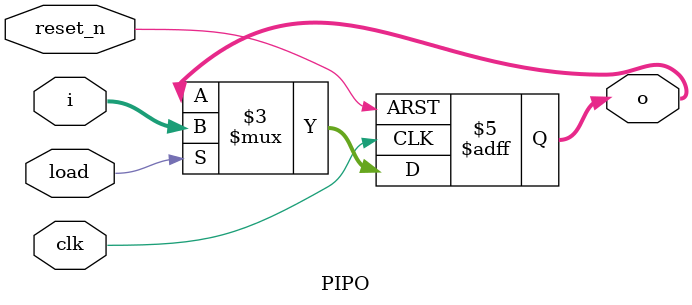
<source format=v>
`timescale 1ns / 1ps


module PIPO #(parameter size = 4)(
    o,
    clk,
    reset_n,
    load,
    i
    );
    
    output reg [size-1:0]o;
    input clk;
    input reset_n;
    input load;
    input [size-1:0]i;
    
    always@(posedge clk or negedge reset_n)
    begin
        if(!reset_n)
            o <= 0;
        
        else if(load)
            o <= i;
    end
endmodule

</source>
